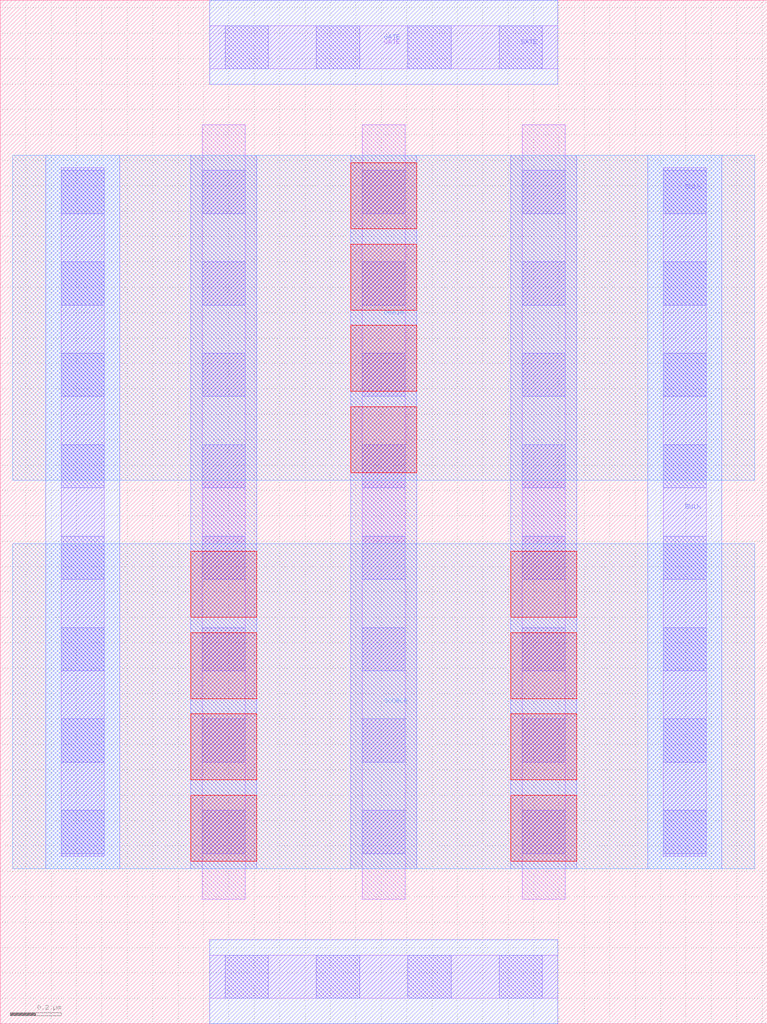
<source format=lef>
# Copyright 2020 The SkyWater PDK Authors
#
# Licensed under the Apache License, Version 2.0 (the "License");
# you may not use this file except in compliance with the License.
# You may obtain a copy of the License at
#
#     https://www.apache.org/licenses/LICENSE-2.0
#
# Unless required by applicable law or agreed to in writing, software
# distributed under the License is distributed on an "AS IS" BASIS,
# WITHOUT WARRANTIES OR CONDITIONS OF ANY KIND, either express or implied.
# See the License for the specific language governing permissions and
# limitations under the License.
#
# SPDX-License-Identifier: Apache-2.0

VERSION 5.7 ;
  NOWIREEXTENSIONATPIN ON ;
  DIVIDERCHAR "/" ;
  BUSBITCHARS "[]" ;
MACRO sky130_fd_pr__rf_pfet_01v8_lvt_aM02W3p00L0p35
  CLASS BLOCK ;
  FOREIGN sky130_fd_pr__rf_pfet_01v8_lvt_aM02W3p00L0p35 ;
  ORIGIN  0.000000  0.000000 ;
  SIZE  3.020000 BY  4.030000 ;
  PIN BULK
    ANTENNADIFFAREA  1.745800 ;
    PORT
      LAYER li1 ;
        RECT 0.240000 0.660000 0.410000 3.370000 ;
        RECT 2.610000 0.660000 2.780000 3.370000 ;
      LAYER mcon ;
        RECT 0.240000 0.670000 0.410000 0.840000 ;
        RECT 0.240000 1.030000 0.410000 1.200000 ;
        RECT 0.240000 1.390000 0.410000 1.560000 ;
        RECT 0.240000 1.750000 0.410000 1.920000 ;
        RECT 0.240000 2.110000 0.410000 2.280000 ;
        RECT 0.240000 2.470000 0.410000 2.640000 ;
        RECT 0.240000 2.830000 0.410000 3.000000 ;
        RECT 0.240000 3.190000 0.410000 3.360000 ;
        RECT 2.610000 0.670000 2.780000 0.840000 ;
        RECT 2.610000 1.030000 2.780000 1.200000 ;
        RECT 2.610000 1.390000 2.780000 1.560000 ;
        RECT 2.610000 1.750000 2.780000 1.920000 ;
        RECT 2.610000 2.110000 2.780000 2.280000 ;
        RECT 2.610000 2.470000 2.780000 2.640000 ;
        RECT 2.610000 2.830000 2.780000 3.000000 ;
        RECT 2.610000 3.190000 2.780000 3.360000 ;
    END
    PORT
      LAYER met1 ;
        RECT 0.180000 0.610000 0.470000 3.420000 ;
        RECT 2.550000 0.610000 2.840000 3.420000 ;
    END
  END BULK
  PIN DRAIN
    ANTENNADIFFAREA  0.842800 ;
    PORT
      LAYER met2 ;
        RECT 0.050000 2.140000 2.970000 3.420000 ;
    END
  END DRAIN
  PIN GATE
    ANTENNAGATEAREA  2.107000 ;
    PORT
      LAYER li1 ;
        RECT 0.825000 0.100000 2.195000 0.270000 ;
        RECT 0.825000 3.760000 2.195000 3.930000 ;
      LAYER mcon ;
        RECT 0.885000 0.100000 1.055000 0.270000 ;
        RECT 0.885000 3.760000 1.055000 3.930000 ;
        RECT 1.245000 0.100000 1.415000 0.270000 ;
        RECT 1.245000 3.760000 1.415000 3.930000 ;
        RECT 1.605000 0.100000 1.775000 0.270000 ;
        RECT 1.605000 3.760000 1.775000 3.930000 ;
        RECT 1.965000 0.100000 2.135000 0.270000 ;
        RECT 1.965000 3.760000 2.135000 3.930000 ;
    END
    PORT
      LAYER met1 ;
        RECT 0.825000 0.000000 2.195000 0.330000 ;
        RECT 0.825000 3.700000 2.195000 4.030000 ;
    END
  END GATE
  PIN SOURCE
    ANTENNADIFFAREA  1.685600 ;
    PORT
      LAYER met2 ;
        RECT 0.050000 0.610000 2.970000 1.890000 ;
    END
  END SOURCE
  OBS
    LAYER li1 ;
      RECT 0.795000 0.490000 0.965000 3.540000 ;
      RECT 1.425000 0.490000 1.595000 3.540000 ;
      RECT 2.055000 0.490000 2.225000 3.540000 ;
    LAYER mcon ;
      RECT 0.795000 0.670000 0.965000 0.840000 ;
      RECT 0.795000 1.030000 0.965000 1.200000 ;
      RECT 0.795000 1.390000 0.965000 1.560000 ;
      RECT 0.795000 1.750000 0.965000 1.920000 ;
      RECT 0.795000 2.110000 0.965000 2.280000 ;
      RECT 0.795000 2.470000 0.965000 2.640000 ;
      RECT 0.795000 2.830000 0.965000 3.000000 ;
      RECT 0.795000 3.190000 0.965000 3.360000 ;
      RECT 1.425000 0.670000 1.595000 0.840000 ;
      RECT 1.425000 1.030000 1.595000 1.200000 ;
      RECT 1.425000 1.390000 1.595000 1.560000 ;
      RECT 1.425000 1.750000 1.595000 1.920000 ;
      RECT 1.425000 2.110000 1.595000 2.280000 ;
      RECT 1.425000 2.470000 1.595000 2.640000 ;
      RECT 1.425000 2.830000 1.595000 3.000000 ;
      RECT 1.425000 3.190000 1.595000 3.360000 ;
      RECT 2.055000 0.670000 2.225000 0.840000 ;
      RECT 2.055000 1.030000 2.225000 1.200000 ;
      RECT 2.055000 1.390000 2.225000 1.560000 ;
      RECT 2.055000 1.750000 2.225000 1.920000 ;
      RECT 2.055000 2.110000 2.225000 2.280000 ;
      RECT 2.055000 2.470000 2.225000 2.640000 ;
      RECT 2.055000 2.830000 2.225000 3.000000 ;
      RECT 2.055000 3.190000 2.225000 3.360000 ;
    LAYER met1 ;
      RECT 0.750000 0.610000 1.010000 3.420000 ;
      RECT 1.380000 0.610000 1.640000 3.420000 ;
      RECT 2.010000 0.610000 2.270000 3.420000 ;
    LAYER via ;
      RECT 0.750000 0.640000 1.010000 0.900000 ;
      RECT 0.750000 0.960000 1.010000 1.220000 ;
      RECT 0.750000 1.280000 1.010000 1.540000 ;
      RECT 0.750000 1.600000 1.010000 1.860000 ;
      RECT 1.380000 2.170000 1.640000 2.430000 ;
      RECT 1.380000 2.490000 1.640000 2.750000 ;
      RECT 1.380000 2.810000 1.640000 3.070000 ;
      RECT 1.380000 3.130000 1.640000 3.390000 ;
      RECT 2.010000 0.640000 2.270000 0.900000 ;
      RECT 2.010000 0.960000 2.270000 1.220000 ;
      RECT 2.010000 1.280000 2.270000 1.540000 ;
      RECT 2.010000 1.600000 2.270000 1.860000 ;
  END
END sky130_fd_pr__rf_pfet_01v8_lvt_aM02W3p00L0p35
END LIBRARY

</source>
